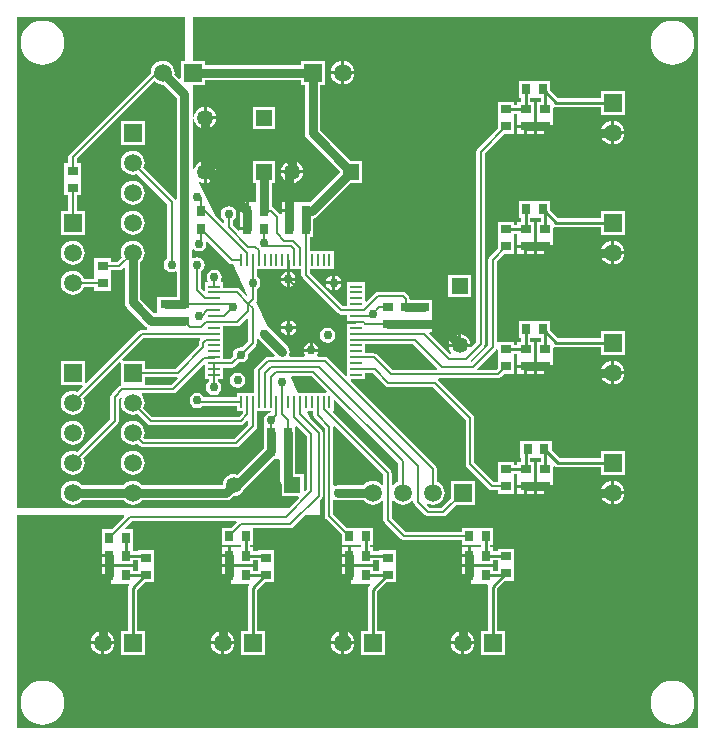
<source format=gtl>
G04 Layer_Physical_Order=1*
G04 Layer_Color=255*
%FSLAX23Y23*%
%MOIN*%
G70*
G01*
G75*
%ADD10R,0.035X0.031*%
%ADD11R,0.031X0.035*%
%ADD12R,0.039X0.008*%
%ADD13R,0.008X0.039*%
%ADD14C,0.008*%
%ADD15C,0.030*%
%ADD16C,0.010*%
%ADD17R,0.059X0.059*%
%ADD18C,0.059*%
%ADD19R,0.059X0.059*%
%ADD20C,0.053*%
%ADD21R,0.053X0.053*%
%ADD22R,0.053X0.053*%
%ADD23C,0.030*%
G36*
X3926Y3111D02*
X3925Y3110D01*
X3922Y3105D01*
X3921Y3100D01*
X3921Y3100D01*
Y3091D01*
X3844Y3014D01*
X3740D01*
Y3040D01*
X3667D01*
X3665Y3045D01*
X3736Y3116D01*
X3924D01*
X3926Y3111D01*
D02*
G37*
G36*
X4917Y3077D02*
Y3053D01*
X4917Y3052D01*
Y3048D01*
X4917Y3047D01*
Y3015D01*
X4912Y3009D01*
X4852D01*
X4849Y3014D01*
X4910Y3075D01*
X4910Y3075D01*
X4912Y3078D01*
X4917Y3077D01*
D02*
G37*
G36*
X4716Y3014D02*
X4713Y3009D01*
X4566D01*
X4514Y3061D01*
X4509Y3064D01*
X4504Y3066D01*
X4504Y3066D01*
X4475D01*
Y3096D01*
X4634D01*
X4716Y3014D01*
D02*
G37*
G36*
X4021Y3366D02*
X4021Y3366D01*
X4026Y3363D01*
X4031Y3362D01*
X4031Y3362D01*
X4035D01*
X4083Y3259D01*
X4079Y3256D01*
X4057Y3278D01*
X4053Y3281D01*
X4047Y3282D01*
X4047Y3282D01*
X4002D01*
Y3301D01*
X3997D01*
X3995Y3306D01*
X3996Y3308D01*
X3998Y3318D01*
X3996Y3327D01*
X3991Y3336D01*
X3982Y3341D01*
X3973Y3343D01*
X3963Y3341D01*
X3955Y3336D01*
X3949Y3327D01*
X3947Y3318D01*
X3949Y3308D01*
X3950Y3306D01*
X3948Y3301D01*
X3943D01*
Y3274D01*
X3940Y3272D01*
X3938Y3272D01*
X3929Y3281D01*
Y3339D01*
X3933Y3342D01*
X3939Y3350D01*
X3940Y3360D01*
X3939Y3370D01*
X3933Y3378D01*
X3925Y3384D01*
X3915Y3385D01*
X3905Y3384D01*
X3902Y3382D01*
X3898Y3384D01*
Y3410D01*
X3903Y3411D01*
X3910Y3406D01*
X3920Y3405D01*
X3930Y3406D01*
X3938Y3412D01*
X3944Y3420D01*
X3945Y3430D01*
X3944Y3436D01*
X3949Y3438D01*
X4021Y3366D01*
D02*
G37*
G36*
X4086Y3179D02*
Y3106D01*
X4064Y3085D01*
X4060Y3085D01*
X4050Y3084D01*
X4042Y3078D01*
X4036Y3070D01*
X4035Y3060D01*
X4035Y3056D01*
X4026Y3046D01*
X4002D01*
Y3077D01*
Y3116D01*
Y3155D01*
X4049D01*
X4049Y3155D01*
X4055Y3156D01*
X4059Y3159D01*
X4081Y3181D01*
X4086Y3179D01*
D02*
G37*
G36*
X4121Y3112D02*
X4174Y3059D01*
X4172Y3054D01*
X4150D01*
X4150Y3054D01*
X4145Y3053D01*
X4140Y3050D01*
X4140Y3050D01*
X4110Y3020D01*
X4107Y3016D01*
X4106Y3010D01*
X4106Y3010D01*
Y2933D01*
X4047D01*
Y2918D01*
X3938D01*
X3933Y2926D01*
X3925Y2931D01*
X3915Y2933D01*
X3905Y2931D01*
X3897Y2926D01*
X3891Y2917D01*
X3890Y2908D01*
X3891Y2898D01*
X3897Y2889D01*
X3905Y2884D01*
X3915Y2882D01*
X3925Y2884D01*
X3933Y2889D01*
X4047D01*
Y2874D01*
X4067D01*
Y2867D01*
X4054Y2854D01*
X3766D01*
X3736Y2884D01*
X3739Y2890D01*
X3740Y2900D01*
X3739Y2910D01*
X3735Y2920D01*
X3730Y2926D01*
X3733Y2931D01*
X3834D01*
X3834Y2931D01*
X3840Y2932D01*
X3844Y2935D01*
X3938Y3029D01*
X3943Y3027D01*
Y2978D01*
X3956D01*
Y2971D01*
X3952Y2969D01*
X3946Y2961D01*
X3945Y2951D01*
X3946Y2941D01*
X3952Y2933D01*
X3960Y2927D01*
X3970Y2925D01*
X3980Y2927D01*
X3988Y2933D01*
X3994Y2941D01*
X3995Y2951D01*
X3994Y2961D01*
X3988Y2969D01*
X3984Y2971D01*
Y2978D01*
X4002D01*
Y3017D01*
X4032D01*
X4032Y3017D01*
X4037Y3018D01*
X4042Y3021D01*
X4056Y3035D01*
X4060Y3035D01*
X4070Y3036D01*
X4078Y3042D01*
X4084Y3050D01*
X4085Y3060D01*
X4085Y3064D01*
X4110Y3090D01*
X4110Y3090D01*
X4113Y3095D01*
X4114Y3100D01*
Y3113D01*
X4119Y3114D01*
X4121Y3112D01*
D02*
G37*
G36*
X4586Y2699D02*
Y2637D01*
X4580Y2635D01*
X4572Y2628D01*
X4569Y2625D01*
X4564Y2627D01*
Y2665D01*
X4564Y2665D01*
X4563Y2670D01*
X4560Y2675D01*
X4560Y2675D01*
X4366Y2869D01*
X4368Y2874D01*
X4370D01*
Y2908D01*
X4375Y2910D01*
X4586Y2699D01*
D02*
G37*
G36*
X4536Y2659D02*
Y2627D01*
X4531Y2625D01*
X4528Y2628D01*
X4520Y2635D01*
X4510Y2639D01*
X4500Y2640D01*
X4490Y2639D01*
X4480Y2635D01*
X4472Y2628D01*
X4470Y2625D01*
X4385D01*
X4375Y2624D01*
X4374Y2623D01*
X4369Y2625D01*
Y2818D01*
X4373Y2821D01*
X4374Y2821D01*
X4536Y2659D01*
D02*
G37*
G36*
X4281Y2789D02*
Y2611D01*
X4275Y2605D01*
X4270Y2607D01*
Y2662D01*
X4243D01*
Y2712D01*
X4243D01*
Y2767D01*
X4243Y2768D01*
X4243Y2768D01*
Y2772D01*
X4243D01*
X4243Y2773D01*
Y2820D01*
X4248Y2822D01*
X4281Y2789D01*
D02*
G37*
G36*
X4224Y3346D02*
X4263D01*
Y3327D01*
X4263Y3327D01*
X4264Y3322D01*
X4268Y3317D01*
X4386Y3199D01*
X4386Y3199D01*
X4391Y3196D01*
X4396Y3194D01*
X4396Y3194D01*
X4415D01*
Y3174D01*
X4445D01*
Y3164D01*
X4415D01*
Y3155D01*
Y3116D01*
Y3077D01*
Y3037D01*
Y2991D01*
X4411Y2989D01*
X4350Y3050D01*
X4345Y3053D01*
X4340Y3054D01*
X4340Y3054D01*
X4317D01*
X4315Y3059D01*
X4319Y3065D01*
X4319Y3070D01*
X4271D01*
X4271Y3065D01*
X4275Y3059D01*
X4273Y3054D01*
X4224D01*
X4221Y3059D01*
X4222Y3060D01*
X4224Y3070D01*
X4222Y3080D01*
X4217Y3088D01*
X4157Y3148D01*
X4151Y3152D01*
X4112Y3237D01*
X4114Y3240D01*
X4115Y3246D01*
X4115Y3246D01*
Y3279D01*
X4119Y3282D01*
X4124Y3290D01*
X4126Y3300D01*
X4124Y3310D01*
X4119Y3318D01*
X4115Y3321D01*
Y3346D01*
X4214D01*
Y3376D01*
X4224D01*
Y3346D01*
D02*
G37*
G36*
X3850Y2981D02*
X3828Y2959D01*
X3744D01*
X3740Y2960D01*
Y2986D01*
X3848D01*
X3850Y2981D01*
D02*
G37*
G36*
X4347Y2938D02*
X4345Y2933D01*
X4252D01*
X4229Y2984D01*
X4231Y2988D01*
X4297D01*
X4347Y2938D01*
D02*
G37*
G36*
X4260Y3960D02*
X4275D01*
Y3798D01*
X4276Y3789D01*
X4282Y3780D01*
X4392Y3671D01*
Y3669D01*
X4290Y3568D01*
X4253D01*
X4252Y3568D01*
X4248D01*
X4247Y3568D01*
X4227D01*
Y3540D01*
X4222D01*
Y3535D01*
X4197D01*
Y3530D01*
X4192Y3528D01*
X4192Y3528D01*
X4190Y3530D01*
X4190Y3530D01*
X4170Y3550D01*
X4165Y3553D01*
X4164Y3553D01*
Y3633D01*
X4175D01*
Y3707D01*
X4102D01*
Y3633D01*
X4113D01*
Y3568D01*
X4108Y3568D01*
X4107Y3568D01*
X4087D01*
Y3540D01*
X4082D01*
Y3535D01*
X4057D01*
Y3513D01*
X4057Y3512D01*
Y3508D01*
X4057Y3507D01*
Y3485D01*
X4082D01*
Y3475D01*
X4054D01*
X4052Y3474D01*
X4034Y3492D01*
Y3509D01*
X4038Y3512D01*
X4044Y3520D01*
X4045Y3530D01*
X4044Y3540D01*
X4038Y3548D01*
X4030Y3554D01*
X4020Y3555D01*
X4010Y3554D01*
X4002Y3548D01*
X3996Y3540D01*
X3995Y3530D01*
X3996Y3520D01*
X4002Y3512D01*
X4006Y3509D01*
Y3502D01*
X4001Y3500D01*
X3974Y3527D01*
X3920Y3634D01*
X3924Y3638D01*
X3932Y3634D01*
X3937Y3634D01*
Y3670D01*
Y3706D01*
X3932Y3706D01*
X3923Y3702D01*
X3915Y3696D01*
X3910Y3688D01*
X3906Y3681D01*
X3903Y3679D01*
X3901Y3679D01*
X3900Y3680D01*
Y3844D01*
X3903Y3847D01*
X3905Y3848D01*
X3905Y3848D01*
X3906Y3840D01*
X3910Y3832D01*
X3915Y3824D01*
X3923Y3818D01*
X3932Y3814D01*
X3937Y3814D01*
Y3850D01*
Y3886D01*
X3932Y3886D01*
X3923Y3882D01*
X3915Y3876D01*
X3910Y3868D01*
X3906Y3860D01*
X3905Y3852D01*
X3905Y3852D01*
X3903Y3853D01*
X3900Y3856D01*
Y3960D01*
X3940D01*
Y3975D01*
X4260D01*
Y3960D01*
D02*
G37*
G36*
X5585Y1815D02*
X3315D01*
Y2525D01*
X3671D01*
X3673Y2520D01*
X3630Y2478D01*
X3597D01*
Y2423D01*
X3597Y2422D01*
Y2418D01*
X3597Y2417D01*
Y2395D01*
X3622D01*
Y2390D01*
X3627D01*
Y2362D01*
X3647D01*
X3648Y2362D01*
X3652D01*
X3653Y2362D01*
X3703D01*
Y2375D01*
X3717D01*
Y2358D01*
X3717Y2357D01*
Y2353D01*
X3717Y2352D01*
Y2340D01*
X3703D01*
Y2353D01*
X3653D01*
X3652Y2353D01*
X3648D01*
X3647Y2353D01*
X3627D01*
Y2325D01*
Y2297D01*
X3647D01*
X3648Y2297D01*
X3652D01*
X3653Y2297D01*
X3687D01*
X3689Y2292D01*
X3686Y2288D01*
X3685Y2282D01*
Y2140D01*
X3660D01*
Y2060D01*
X3740D01*
Y2140D01*
X3715D01*
Y2276D01*
X3741Y2302D01*
X3773D01*
Y2352D01*
X3773Y2353D01*
Y2357D01*
X3773Y2358D01*
Y2408D01*
X3717D01*
Y2405D01*
X3703D01*
Y2418D01*
X3703D01*
Y2422D01*
X3703D01*
Y2478D01*
X3677D01*
X3675Y2482D01*
X3698Y2506D01*
X4046D01*
X4048Y2501D01*
X4030Y2483D01*
X3997D01*
Y2427D01*
X4047D01*
X4048Y2427D01*
Y2427D01*
X4052D01*
Y2427D01*
X4062D01*
Y2418D01*
X4053D01*
X4052Y2418D01*
X4048D01*
X4047Y2418D01*
X4027D01*
Y2390D01*
Y2362D01*
X4047D01*
X4048Y2362D01*
X4052D01*
X4053Y2362D01*
X4103D01*
Y2375D01*
X4117D01*
Y2358D01*
X4117Y2357D01*
Y2353D01*
X4117Y2352D01*
Y2340D01*
X4103D01*
Y2353D01*
X4053D01*
X4052Y2353D01*
X4048D01*
X4047Y2353D01*
X4027D01*
Y2325D01*
Y2297D01*
X4047D01*
X4048Y2297D01*
X4052D01*
X4053Y2297D01*
X4087D01*
X4089Y2292D01*
X4086Y2288D01*
X4085Y2282D01*
Y2140D01*
X4060D01*
Y2060D01*
X4140D01*
Y2140D01*
X4115D01*
Y2276D01*
X4141Y2302D01*
X4173D01*
Y2352D01*
X4173Y2353D01*
Y2357D01*
X4173Y2358D01*
Y2408D01*
X4117D01*
Y2405D01*
X4103D01*
Y2418D01*
X4093D01*
Y2427D01*
X4103D01*
Y2481D01*
X4225D01*
X4225Y2481D01*
X4230Y2482D01*
X4235Y2485D01*
X4275Y2525D01*
X4325D01*
Y2575D01*
X4330Y2580D01*
X4330Y2580D01*
X4333Y2585D01*
X4334Y2590D01*
X4334Y2590D01*
Y2800D01*
X4333Y2805D01*
X4330Y2810D01*
X4330Y2810D01*
X4291Y2850D01*
X4281Y2870D01*
X4284Y2874D01*
X4303D01*
Y2858D01*
X4303Y2858D01*
X4304Y2852D01*
X4307Y2848D01*
X4341Y2814D01*
Y2522D01*
X4341Y2522D01*
X4342Y2517D01*
X4345Y2512D01*
X4397Y2461D01*
Y2427D01*
X4447D01*
X4448Y2427D01*
X4452D01*
X4453Y2427D01*
X4462D01*
Y2418D01*
X4453D01*
X4452Y2418D01*
X4448D01*
X4447Y2418D01*
X4427D01*
Y2390D01*
Y2362D01*
X4447D01*
X4448Y2362D01*
X4452D01*
X4453Y2362D01*
X4503D01*
Y2375D01*
X4522D01*
Y2358D01*
X4522Y2357D01*
Y2353D01*
X4522Y2352D01*
Y2340D01*
X4503D01*
Y2353D01*
X4453D01*
X4452Y2353D01*
X4448D01*
X4447Y2353D01*
X4427D01*
Y2325D01*
Y2297D01*
X4447D01*
X4448Y2297D01*
X4452D01*
X4453Y2297D01*
X4492D01*
X4494Y2293D01*
X4489Y2288D01*
X4486Y2283D01*
X4485Y2277D01*
Y2140D01*
X4460D01*
Y2060D01*
X4540D01*
Y2140D01*
X4515D01*
Y2271D01*
X4546Y2302D01*
X4578D01*
Y2352D01*
X4578Y2353D01*
Y2357D01*
X4578Y2358D01*
Y2408D01*
X4522D01*
Y2405D01*
X4503D01*
Y2418D01*
X4493D01*
Y2427D01*
X4503D01*
Y2483D01*
X4453D01*
X4452Y2483D01*
X4448D01*
X4447Y2483D01*
X4415D01*
X4369Y2528D01*
Y2575D01*
X4374Y2577D01*
X4375Y2576D01*
X4385Y2575D01*
X4470D01*
X4472Y2572D01*
X4480Y2565D01*
X4490Y2561D01*
X4500Y2560D01*
X4510Y2561D01*
X4520Y2565D01*
X4528Y2572D01*
X4531Y2575D01*
X4536Y2573D01*
Y2510D01*
X4536Y2510D01*
X4537Y2505D01*
X4540Y2500D01*
X4595Y2445D01*
X4595Y2445D01*
X4600Y2442D01*
X4605Y2441D01*
X4605Y2441D01*
X4797D01*
Y2427D01*
X4847D01*
X4848Y2427D01*
X4852D01*
X4853Y2427D01*
X4862D01*
Y2418D01*
X4853D01*
X4852Y2418D01*
X4848D01*
X4847Y2418D01*
X4827D01*
Y2390D01*
Y2362D01*
X4847D01*
X4848Y2362D01*
X4852D01*
X4853Y2362D01*
X4903D01*
Y2375D01*
X4917D01*
Y2363D01*
X4917Y2362D01*
Y2358D01*
X4917Y2357D01*
Y2340D01*
X4903D01*
Y2353D01*
X4853D01*
X4852Y2353D01*
X4848D01*
X4847Y2353D01*
X4827D01*
Y2325D01*
Y2297D01*
X4847D01*
X4848Y2297D01*
X4852D01*
X4853Y2297D01*
X4883D01*
X4886Y2292D01*
X4885Y2287D01*
Y2140D01*
X4860D01*
Y2060D01*
X4940D01*
Y2140D01*
X4915D01*
Y2281D01*
X4941Y2307D01*
X4973D01*
Y2357D01*
X4973Y2358D01*
Y2362D01*
X4973Y2363D01*
Y2413D01*
X4917D01*
Y2405D01*
X4903D01*
Y2418D01*
X4893D01*
Y2427D01*
X4903D01*
Y2483D01*
X4853D01*
X4852Y2483D01*
X4848D01*
X4847Y2483D01*
X4797D01*
Y2469D01*
X4611D01*
X4564Y2516D01*
Y2573D01*
X4569Y2575D01*
X4572Y2572D01*
X4580Y2565D01*
X4590Y2561D01*
X4600Y2560D01*
X4610Y2561D01*
X4620Y2565D01*
X4628Y2572D01*
X4631Y2575D01*
X4636Y2573D01*
Y2570D01*
X4636Y2570D01*
X4637Y2565D01*
X4640Y2560D01*
X4675Y2525D01*
X4675Y2525D01*
X4680Y2522D01*
X4685Y2521D01*
X4685Y2521D01*
X4735D01*
X4735Y2521D01*
X4740Y2522D01*
X4745Y2525D01*
X4781Y2560D01*
X4840D01*
Y2640D01*
X4760D01*
Y2581D01*
X4729Y2549D01*
X4691D01*
X4680Y2560D01*
X4683Y2564D01*
X4690Y2561D01*
X4700Y2560D01*
X4710Y2561D01*
X4720Y2565D01*
X4728Y2572D01*
X4735Y2580D01*
X4739Y2590D01*
X4740Y2600D01*
X4739Y2610D01*
X4735Y2620D01*
X4728Y2628D01*
X4720Y2635D01*
X4714Y2637D01*
Y2680D01*
X4714Y2680D01*
X4713Y2685D01*
X4710Y2690D01*
X4710Y2690D01*
X4427Y2974D01*
X4428Y2978D01*
X4475D01*
Y2998D01*
X4502D01*
X4543Y2957D01*
X4543Y2957D01*
X4547Y2954D01*
X4553Y2953D01*
X4702D01*
X4811Y2844D01*
Y2695D01*
X4811Y2695D01*
X4812Y2690D01*
X4815Y2685D01*
X4887Y2612D01*
X4887Y2612D01*
X4892Y2609D01*
X4898Y2608D01*
X4898Y2608D01*
X4917D01*
Y2597D01*
X4973D01*
Y2647D01*
X4973Y2648D01*
Y2652D01*
X4973Y2653D01*
Y2662D01*
X4982D01*
Y2653D01*
X4982Y2652D01*
Y2648D01*
X4982Y2647D01*
Y2627D01*
X5038D01*
Y2647D01*
X5038Y2648D01*
Y2652D01*
X5038Y2653D01*
Y2703D01*
X5025D01*
Y2717D01*
X5042D01*
X5043Y2717D01*
X5047D01*
X5048Y2717D01*
X5060D01*
Y2703D01*
X5047D01*
Y2653D01*
X5047Y2652D01*
Y2648D01*
X5047Y2647D01*
Y2627D01*
X5075D01*
X5103D01*
Y2647D01*
X5103Y2648D01*
Y2652D01*
X5103Y2653D01*
Y2687D01*
X5108Y2689D01*
X5112Y2686D01*
X5118Y2685D01*
X5260D01*
Y2660D01*
X5340D01*
Y2740D01*
X5260D01*
Y2715D01*
X5124D01*
X5098Y2741D01*
Y2773D01*
X5048D01*
X5047Y2773D01*
X5043D01*
X5042Y2773D01*
X4992D01*
Y2717D01*
X4995D01*
Y2703D01*
X4982D01*
Y2693D01*
X4973D01*
Y2703D01*
X4917D01*
Y2653D01*
X4917Y2652D01*
Y2648D01*
X4917Y2647D01*
Y2637D01*
X4903D01*
X4839Y2701D01*
Y2850D01*
X4839Y2850D01*
X4838Y2855D01*
X4835Y2860D01*
X4719Y2976D01*
X4722Y2981D01*
X4918D01*
X4918Y2981D01*
X4923Y2982D01*
X4928Y2985D01*
X4939Y2997D01*
X4973D01*
Y3047D01*
X4973Y3048D01*
Y3052D01*
X4973Y3053D01*
Y3062D01*
X4982D01*
Y3053D01*
X4982Y3052D01*
Y3048D01*
X4982Y3047D01*
Y3027D01*
X5038D01*
Y3047D01*
X5038Y3048D01*
Y3052D01*
X5038Y3053D01*
Y3103D01*
X5025D01*
Y3117D01*
X5037D01*
X5038Y3117D01*
X5042D01*
X5043Y3117D01*
X5060D01*
Y3103D01*
X5047D01*
Y3053D01*
X5047Y3052D01*
Y3048D01*
X5047Y3047D01*
Y3027D01*
X5075D01*
X5103D01*
Y3047D01*
X5103Y3048D01*
Y3052D01*
X5103Y3053D01*
Y3083D01*
X5108Y3086D01*
X5113Y3085D01*
X5260D01*
Y3060D01*
X5340D01*
Y3140D01*
X5260D01*
Y3115D01*
X5119D01*
X5093Y3141D01*
Y3173D01*
X5043D01*
X5042Y3173D01*
X5038D01*
X5037Y3173D01*
X4987D01*
Y3117D01*
X4995D01*
Y3103D01*
X4982D01*
Y3093D01*
X4973D01*
Y3103D01*
X4919D01*
X4917Y3103D01*
X4914Y3107D01*
Y3372D01*
X4939Y3397D01*
X4973D01*
Y3447D01*
X4973Y3448D01*
Y3452D01*
X4973Y3453D01*
Y3462D01*
X4982D01*
Y3453D01*
X4982Y3452D01*
Y3448D01*
X4982Y3447D01*
Y3427D01*
X5038D01*
Y3447D01*
X5038Y3448D01*
Y3452D01*
X5038Y3453D01*
Y3503D01*
X5025D01*
Y3517D01*
X5037D01*
X5038Y3517D01*
X5042D01*
X5043Y3517D01*
X5060D01*
Y3503D01*
X5047D01*
Y3453D01*
X5047Y3452D01*
Y3448D01*
X5047Y3447D01*
Y3427D01*
X5075D01*
X5103D01*
Y3447D01*
X5103Y3448D01*
Y3452D01*
X5103Y3453D01*
Y3483D01*
X5108Y3486D01*
X5113Y3485D01*
X5260D01*
Y3460D01*
X5340D01*
Y3540D01*
X5260D01*
Y3515D01*
X5119D01*
X5093Y3541D01*
Y3573D01*
X5043D01*
X5042Y3573D01*
X5038D01*
X5037Y3573D01*
X4987D01*
Y3517D01*
X4995D01*
Y3503D01*
X4982D01*
Y3493D01*
X4973D01*
Y3503D01*
X4917D01*
Y3453D01*
X4917Y3452D01*
Y3448D01*
X4917Y3447D01*
Y3415D01*
X4890Y3388D01*
X4887Y3383D01*
X4886Y3377D01*
X4886Y3377D01*
Y3091D01*
X4831Y3036D01*
X4829Y3037D01*
X4827Y3042D01*
X4870Y3085D01*
X4870Y3085D01*
X4873Y3090D01*
X4874Y3095D01*
X4874Y3095D01*
Y3732D01*
X4939Y3797D01*
X4973D01*
Y3847D01*
X4973Y3848D01*
Y3852D01*
X4973Y3853D01*
Y3862D01*
X4982D01*
Y3853D01*
X4982Y3852D01*
Y3848D01*
X4982Y3847D01*
Y3827D01*
X5038D01*
Y3847D01*
X5038Y3848D01*
Y3852D01*
X5038Y3853D01*
Y3903D01*
X5025D01*
Y3917D01*
X5037D01*
X5038Y3917D01*
X5042D01*
X5043Y3917D01*
X5060D01*
Y3903D01*
X5047D01*
Y3853D01*
X5047Y3852D01*
Y3848D01*
X5047Y3847D01*
Y3827D01*
X5075D01*
X5103D01*
Y3847D01*
X5103Y3848D01*
Y3852D01*
X5103Y3853D01*
Y3883D01*
X5108Y3886D01*
X5113Y3885D01*
X5260D01*
Y3860D01*
X5340D01*
Y3940D01*
X5260D01*
Y3915D01*
X5119D01*
X5093Y3941D01*
Y3973D01*
X5043D01*
X5042Y3973D01*
X5038D01*
X5037Y3973D01*
X4987D01*
Y3917D01*
X4995D01*
Y3903D01*
X4982D01*
Y3893D01*
X4973D01*
Y3903D01*
X4917D01*
Y3853D01*
X4917Y3852D01*
Y3848D01*
X4917Y3847D01*
Y3815D01*
X4850Y3748D01*
X4847Y3743D01*
X4846Y3737D01*
X4846Y3737D01*
Y3101D01*
X4831Y3086D01*
X4831Y3087D01*
X4790D01*
X4754D01*
X4754Y3082D01*
X4758Y3073D01*
X4763Y3067D01*
X4762Y3063D01*
X4761Y3061D01*
X4759Y3061D01*
X4688Y3132D01*
X4690Y3137D01*
X4698D01*
Y3157D01*
X4670D01*
Y3167D01*
X4698D01*
Y3188D01*
X4698D01*
Y3192D01*
X4698D01*
Y3243D01*
X4643D01*
X4642Y3243D01*
X4642Y3243D01*
X4638D01*
Y3243D01*
X4637Y3243D01*
X4629D01*
X4624Y3245D01*
X4623Y3250D01*
X4620Y3255D01*
X4610Y3265D01*
X4605Y3268D01*
X4600Y3269D01*
X4600Y3269D01*
X4519D01*
X4519Y3269D01*
X4514Y3268D01*
X4509Y3265D01*
X4509Y3265D01*
X4480Y3236D01*
X4475Y3238D01*
Y3254D01*
Y3301D01*
X4415D01*
Y3274D01*
Y3223D01*
X4402D01*
X4292Y3333D01*
Y3346D01*
X4370D01*
Y3406D01*
X4292D01*
Y3452D01*
X4303D01*
Y3507D01*
X4303Y3508D01*
X4303D01*
Y3512D01*
X4306Y3516D01*
X4308Y3516D01*
X4316Y3522D01*
X4428Y3633D01*
X4465D01*
Y3707D01*
X4428D01*
X4325Y3809D01*
Y3960D01*
X4340D01*
Y4040D01*
X4260D01*
Y4025D01*
X3940D01*
Y4040D01*
X3900D01*
Y4185D01*
X5585D01*
Y1815D01*
D02*
G37*
G36*
X3875Y4040D02*
X3860D01*
Y3982D01*
X3856Y3980D01*
X3839Y3997D01*
X3840Y4000D01*
X3839Y4010D01*
X3835Y4020D01*
X3828Y4028D01*
X3820Y4035D01*
X3810Y4039D01*
X3800Y4040D01*
X3790Y4039D01*
X3780Y4035D01*
X3772Y4028D01*
X3765Y4020D01*
X3761Y4010D01*
X3760Y4000D01*
X3490Y3730D01*
X3487Y3725D01*
X3486Y3720D01*
X3486Y3720D01*
Y3698D01*
X3472D01*
Y3648D01*
X3472Y3647D01*
Y3643D01*
X3472Y3642D01*
Y3592D01*
X3486D01*
Y3540D01*
X3460D01*
Y3460D01*
X3540D01*
Y3540D01*
X3514D01*
Y3592D01*
X3528D01*
Y3642D01*
X3528Y3643D01*
Y3647D01*
X3528Y3648D01*
Y3698D01*
X3514D01*
Y3714D01*
X3772Y3972D01*
X3780Y3965D01*
X3790Y3961D01*
X3800Y3960D01*
X3803Y3961D01*
X3847Y3917D01*
Y3579D01*
X3842Y3577D01*
X3840Y3580D01*
X3840Y3580D01*
X3736Y3684D01*
X3739Y3690D01*
X3740Y3700D01*
X3739Y3710D01*
X3735Y3720D01*
X3728Y3728D01*
X3720Y3735D01*
X3710Y3739D01*
X3700Y3740D01*
X3690Y3739D01*
X3680Y3735D01*
X3672Y3728D01*
X3665Y3720D01*
X3661Y3710D01*
X3660Y3700D01*
X3661Y3690D01*
X3665Y3680D01*
X3672Y3672D01*
X3680Y3665D01*
X3690Y3661D01*
X3700Y3660D01*
X3710Y3661D01*
X3716Y3664D01*
X3816Y3564D01*
Y3381D01*
X3812Y3378D01*
X3806Y3370D01*
X3805Y3360D01*
X3806Y3350D01*
X3812Y3342D01*
X3820Y3336D01*
X3830Y3335D01*
X3840Y3336D01*
X3843Y3338D01*
X3847Y3336D01*
Y3254D01*
X3842Y3253D01*
X3838D01*
Y3253D01*
X3837Y3253D01*
X3782D01*
Y3202D01*
X3780Y3198D01*
X3773D01*
X3725Y3246D01*
Y3370D01*
X3728Y3372D01*
X3735Y3380D01*
X3739Y3390D01*
X3740Y3400D01*
X3739Y3410D01*
X3735Y3420D01*
X3728Y3428D01*
X3720Y3435D01*
X3710Y3439D01*
X3700Y3440D01*
X3690Y3439D01*
X3680Y3435D01*
X3672Y3428D01*
X3665Y3420D01*
X3661Y3410D01*
X3660Y3400D01*
X3661Y3390D01*
X3664Y3384D01*
X3649Y3369D01*
X3628D01*
Y3381D01*
X3572D01*
Y3331D01*
X3572Y3329D01*
Y3326D01*
X3572Y3324D01*
Y3314D01*
X3537D01*
X3535Y3320D01*
X3528Y3328D01*
X3520Y3335D01*
X3510Y3339D01*
X3500Y3340D01*
X3490Y3339D01*
X3480Y3335D01*
X3472Y3328D01*
X3465Y3320D01*
X3461Y3310D01*
X3460Y3300D01*
X3461Y3290D01*
X3465Y3280D01*
X3472Y3272D01*
X3480Y3265D01*
X3490Y3261D01*
X3500Y3260D01*
X3510Y3261D01*
X3520Y3265D01*
X3528Y3272D01*
X3535Y3280D01*
X3537Y3286D01*
X3572D01*
Y3274D01*
X3628D01*
Y3324D01*
X3628Y3326D01*
Y3329D01*
X3628Y3331D01*
Y3341D01*
X3655D01*
X3655Y3341D01*
X3661Y3342D01*
X3665Y3345D01*
X3670Y3350D01*
X3675Y3348D01*
Y3235D01*
X3676Y3225D01*
X3682Y3217D01*
X3745Y3154D01*
X3748Y3152D01*
X3749Y3145D01*
X3748Y3144D01*
X3730D01*
X3730Y3144D01*
X3725Y3143D01*
X3720Y3140D01*
X3720Y3140D01*
X3545Y2965D01*
X3540Y2967D01*
Y3040D01*
X3460D01*
Y2960D01*
X3533D01*
X3535Y2955D01*
X3516Y2936D01*
X3510Y2939D01*
X3500Y2940D01*
X3490Y2939D01*
X3480Y2935D01*
X3472Y2928D01*
X3465Y2920D01*
X3461Y2910D01*
X3460Y2900D01*
X3461Y2890D01*
X3465Y2880D01*
X3472Y2872D01*
X3480Y2865D01*
X3490Y2861D01*
X3500Y2860D01*
X3510Y2861D01*
X3520Y2865D01*
X3528Y2872D01*
X3535Y2880D01*
X3539Y2890D01*
X3540Y2900D01*
X3539Y2910D01*
X3536Y2916D01*
X3655Y3035D01*
X3660Y3033D01*
Y2960D01*
X3657Y2957D01*
X3655Y2955D01*
X3655Y2955D01*
X3630Y2930D01*
X3627Y2925D01*
X3626Y2920D01*
X3626Y2920D01*
Y2846D01*
X3516Y2736D01*
X3510Y2739D01*
X3500Y2740D01*
X3490Y2739D01*
X3480Y2735D01*
X3472Y2728D01*
X3465Y2720D01*
X3461Y2710D01*
X3460Y2700D01*
X3461Y2690D01*
X3465Y2680D01*
X3472Y2672D01*
X3480Y2665D01*
X3490Y2661D01*
X3500Y2660D01*
X3510Y2661D01*
X3520Y2665D01*
X3528Y2672D01*
X3535Y2680D01*
X3539Y2690D01*
X3540Y2700D01*
X3539Y2710D01*
X3536Y2716D01*
X3650Y2830D01*
X3653Y2835D01*
X3654Y2840D01*
X3654Y2840D01*
Y2914D01*
X3660Y2920D01*
X3664Y2917D01*
X3661Y2910D01*
X3660Y2900D01*
X3661Y2890D01*
X3665Y2880D01*
X3672Y2872D01*
X3680Y2865D01*
X3690Y2861D01*
X3700Y2860D01*
X3710Y2861D01*
X3716Y2864D01*
X3750Y2830D01*
X3750Y2830D01*
X3755Y2827D01*
X3760Y2826D01*
X3760Y2826D01*
X4060D01*
X4060Y2826D01*
X4065Y2827D01*
X4070Y2830D01*
X4082Y2841D01*
X4086Y2840D01*
Y2826D01*
X4039Y2779D01*
X3741D01*
X3736Y2784D01*
X3739Y2790D01*
X3740Y2800D01*
X3739Y2810D01*
X3735Y2820D01*
X3728Y2828D01*
X3720Y2835D01*
X3710Y2839D01*
X3700Y2840D01*
X3690Y2839D01*
X3680Y2835D01*
X3672Y2828D01*
X3665Y2820D01*
X3661Y2810D01*
X3660Y2800D01*
X3661Y2790D01*
X3665Y2780D01*
X3672Y2772D01*
X3680Y2765D01*
X3690Y2761D01*
X3700Y2760D01*
X3710Y2761D01*
X3716Y2764D01*
X3725Y2755D01*
X3725Y2755D01*
X3730Y2752D01*
X3735Y2751D01*
X3735Y2751D01*
X4045D01*
X4045Y2751D01*
X4050Y2752D01*
X4055Y2755D01*
X4111Y2810D01*
X4111Y2810D01*
X4114Y2815D01*
X4115Y2821D01*
Y2874D01*
X4162D01*
X4162Y2873D01*
X4159Y2867D01*
X4153Y2866D01*
X4144Y2860D01*
X4139Y2852D01*
X4137Y2842D01*
X4139Y2833D01*
X4139Y2832D01*
X4137Y2828D01*
X4137D01*
Y2773D01*
X4137Y2772D01*
X4137Y2772D01*
Y2768D01*
X4137D01*
X4137Y2767D01*
Y2750D01*
X4047Y2660D01*
X4046Y2661D01*
X4037Y2662D01*
X4027Y2661D01*
X4018Y2657D01*
X4010Y2651D01*
X4005Y2643D01*
X4001Y2635D01*
X4000Y2625D01*
X3730D01*
X3728Y2628D01*
X3720Y2635D01*
X3710Y2639D01*
X3700Y2640D01*
X3690Y2639D01*
X3680Y2635D01*
X3672Y2628D01*
X3670Y2625D01*
X3530D01*
X3528Y2628D01*
X3520Y2635D01*
X3510Y2639D01*
X3500Y2640D01*
X3490Y2639D01*
X3480Y2635D01*
X3472Y2628D01*
X3465Y2620D01*
X3461Y2610D01*
X3460Y2600D01*
X3461Y2590D01*
X3465Y2580D01*
X3472Y2572D01*
X3480Y2565D01*
X3490Y2561D01*
X3500Y2560D01*
X3510Y2561D01*
X3520Y2565D01*
X3528Y2572D01*
X3530Y2575D01*
X3670D01*
X3672Y2572D01*
X3680Y2565D01*
X3690Y2561D01*
X3700Y2560D01*
X3710Y2561D01*
X3720Y2565D01*
X3728Y2572D01*
X3730Y2575D01*
X4012D01*
X4021Y2576D01*
X4030Y2582D01*
X4036Y2588D01*
X4037Y2588D01*
X4046Y2589D01*
X4055Y2593D01*
X4063Y2599D01*
X4069Y2607D01*
X4071Y2612D01*
X4171Y2712D01*
X4188D01*
X4192Y2710D01*
Y2641D01*
X4194Y2631D01*
X4197Y2627D01*
Y2588D01*
X4252D01*
X4254Y2584D01*
X4220Y2550D01*
X3315D01*
Y4185D01*
X3875D01*
Y4040D01*
D02*
G37*
%LPC*%
G36*
X4050Y3000D02*
X4040Y2999D01*
X4032Y2993D01*
X4026Y2985D01*
X4025Y2975D01*
X4026Y2965D01*
X4032Y2957D01*
X4040Y2951D01*
X4050Y2950D01*
X4060Y2951D01*
X4068Y2957D01*
X4074Y2965D01*
X4075Y2975D01*
X4074Y2985D01*
X4068Y2993D01*
X4060Y2999D01*
X4050Y3000D01*
D02*
G37*
G36*
X4300Y3099D02*
Y3080D01*
X4319D01*
X4319Y3085D01*
X4313Y3093D01*
X4305Y3099D01*
X4300Y3099D01*
D02*
G37*
G36*
X4290D02*
X4285Y3099D01*
X4277Y3093D01*
X4271Y3085D01*
X4271Y3080D01*
X4290D01*
Y3099D01*
D02*
G37*
G36*
X4215Y3145D02*
X4196D01*
X4196Y3140D01*
X4202Y3132D01*
X4210Y3126D01*
X4215Y3126D01*
Y3145D01*
D02*
G37*
G36*
X4350Y3150D02*
X4340Y3149D01*
X4332Y3143D01*
X4326Y3135D01*
X4325Y3125D01*
X4326Y3115D01*
X4332Y3107D01*
X4340Y3101D01*
X4350Y3100D01*
X4360Y3101D01*
X4368Y3107D01*
X4374Y3115D01*
X4375Y3125D01*
X4374Y3135D01*
X4368Y3143D01*
X4360Y3149D01*
X4350Y3150D01*
D02*
G37*
G36*
X4244Y3145D02*
X4225D01*
Y3126D01*
X4230Y3126D01*
X4238Y3132D01*
X4244Y3140D01*
X4244Y3145D01*
D02*
G37*
G36*
X4214Y3336D02*
X4209Y3335D01*
X4201Y3329D01*
X4195Y3321D01*
X4194Y3316D01*
X4214D01*
Y3336D01*
D02*
G37*
G36*
X4224D02*
Y3316D01*
X4243D01*
X4242Y3321D01*
X4237Y3329D01*
X4228Y3335D01*
X4224Y3336D01*
D02*
G37*
G36*
X4243Y3306D02*
X4224D01*
Y3287D01*
X4228Y3288D01*
X4237Y3293D01*
X4242Y3302D01*
X4243Y3306D01*
D02*
G37*
G36*
X4225Y3174D02*
Y3155D01*
X4244D01*
X4244Y3160D01*
X4238Y3168D01*
X4230Y3174D01*
X4225Y3174D01*
D02*
G37*
G36*
X4215D02*
X4210Y3174D01*
X4202Y3168D01*
X4196Y3160D01*
X4196Y3155D01*
X4215D01*
Y3174D01*
D02*
G37*
G36*
X4214Y3306D02*
X4194D01*
X4195Y3302D01*
X4201Y3293D01*
X4209Y3288D01*
X4214Y3287D01*
Y3306D01*
D02*
G37*
G36*
X4077Y3568D02*
X4057D01*
Y3545D01*
X4077D01*
Y3568D01*
D02*
G37*
G36*
X4227Y3665D02*
X4195D01*
X4196Y3660D01*
X4200Y3652D01*
X4205Y3644D01*
X4213Y3638D01*
X4222Y3634D01*
X4227Y3634D01*
Y3665D01*
D02*
G37*
G36*
X4217Y3568D02*
X4197D01*
Y3545D01*
X4217D01*
Y3568D01*
D02*
G37*
G36*
X4175Y3887D02*
X4102D01*
Y3813D01*
X4175D01*
Y3887D01*
D02*
G37*
G36*
X3978Y3665D02*
X3947D01*
Y3634D01*
X3951Y3634D01*
X3960Y3638D01*
X3968Y3644D01*
X3974Y3652D01*
X3977Y3660D01*
X3978Y3665D01*
D02*
G37*
G36*
X3947Y3706D02*
Y3675D01*
X3978D01*
X3977Y3680D01*
X3974Y3688D01*
X3968Y3696D01*
X3960Y3702D01*
X3951Y3706D01*
X3947Y3706D01*
D02*
G37*
G36*
X4227D02*
X4222Y3706D01*
X4213Y3702D01*
X4205Y3696D01*
X4200Y3688D01*
X4196Y3680D01*
X4195Y3675D01*
X4227D01*
Y3706D01*
D02*
G37*
G36*
X4268Y3665D02*
X4237D01*
Y3634D01*
X4241Y3634D01*
X4250Y3638D01*
X4258Y3644D01*
X4264Y3652D01*
X4267Y3660D01*
X4268Y3665D01*
D02*
G37*
G36*
X4237Y3706D02*
Y3675D01*
X4268D01*
X4267Y3680D01*
X4264Y3688D01*
X4258Y3696D01*
X4250Y3702D01*
X4241Y3706D01*
X4237Y3706D01*
D02*
G37*
G36*
X3978Y3845D02*
X3947D01*
Y3814D01*
X3951Y3814D01*
X3960Y3818D01*
X3968Y3824D01*
X3974Y3832D01*
X3977Y3840D01*
X3978Y3845D01*
D02*
G37*
G36*
X3947Y3886D02*
Y3855D01*
X3978D01*
X3977Y3860D01*
X3974Y3868D01*
X3968Y3876D01*
X3960Y3882D01*
X3951Y3886D01*
X3947Y3886D01*
D02*
G37*
G36*
X5005Y2617D02*
X4982D01*
Y2597D01*
X5005D01*
Y2617D01*
D02*
G37*
G36*
X5038D02*
X5015D01*
Y2597D01*
X5038D01*
Y2617D01*
D02*
G37*
G36*
X5500Y4173D02*
X5486Y4172D01*
X5472Y4168D01*
X5459Y4161D01*
X5448Y4152D01*
X5439Y4141D01*
X5432Y4128D01*
X5428Y4114D01*
X5427Y4100D01*
X5428Y4086D01*
X5432Y4072D01*
X5439Y4059D01*
X5448Y4048D01*
X5459Y4039D01*
X5472Y4032D01*
X5486Y4028D01*
X5500Y4027D01*
X5514Y4028D01*
X5528Y4032D01*
X5541Y4039D01*
X5552Y4048D01*
X5561Y4059D01*
X5568Y4072D01*
X5572Y4086D01*
X5573Y4100D01*
X5572Y4114D01*
X5568Y4128D01*
X5561Y4141D01*
X5552Y4152D01*
X5541Y4161D01*
X5528Y4168D01*
X5514Y4172D01*
X5500Y4173D01*
D02*
G37*
G36*
X5103Y2617D02*
X5080D01*
Y2597D01*
X5103D01*
Y2617D01*
D02*
G37*
G36*
X5070D02*
X5047D01*
Y2597D01*
X5070D01*
Y2617D01*
D02*
G37*
G36*
X5339Y2595D02*
X5305D01*
Y2561D01*
X5310Y2561D01*
X5320Y2565D01*
X5328Y2572D01*
X5335Y2580D01*
X5339Y2590D01*
X5339Y2595D01*
D02*
G37*
G36*
X4017Y2418D02*
X3997D01*
Y2395D01*
X4017D01*
Y2418D01*
D02*
G37*
G36*
X4817Y2385D02*
X4797D01*
Y2362D01*
X4817D01*
Y2385D01*
D02*
G37*
G36*
X4417D02*
X4397D01*
Y2362D01*
X4417D01*
Y2385D01*
D02*
G37*
G36*
X5295Y2595D02*
X5261D01*
X5261Y2590D01*
X5265Y2580D01*
X5272Y2572D01*
X5280Y2565D01*
X5290Y2561D01*
X5295Y2561D01*
Y2595D01*
D02*
G37*
G36*
X4817Y2418D02*
X4797D01*
Y2395D01*
X4817D01*
Y2418D01*
D02*
G37*
G36*
X4417D02*
X4397D01*
Y2395D01*
X4417D01*
Y2418D01*
D02*
G37*
G36*
X5339Y2995D02*
X5305D01*
Y2961D01*
X5310Y2961D01*
X5320Y2965D01*
X5328Y2972D01*
X5335Y2980D01*
X5339Y2990D01*
X5339Y2995D01*
D02*
G37*
G36*
X5295D02*
X5261D01*
X5261Y2990D01*
X5265Y2980D01*
X5272Y2972D01*
X5280Y2965D01*
X5290Y2961D01*
X5295Y2961D01*
Y2995D01*
D02*
G37*
G36*
X5038Y3017D02*
X5015D01*
Y2997D01*
X5038D01*
Y3017D01*
D02*
G37*
G36*
X5005D02*
X4982D01*
Y2997D01*
X5005D01*
Y3017D01*
D02*
G37*
G36*
X4439Y3995D02*
X4405D01*
Y3961D01*
X4410Y3961D01*
X4420Y3965D01*
X4428Y3972D01*
X4435Y3980D01*
X4439Y3990D01*
X4439Y3995D01*
D02*
G37*
G36*
X4395Y4039D02*
X4390Y4039D01*
X4380Y4035D01*
X4372Y4028D01*
X4365Y4020D01*
X4361Y4010D01*
X4361Y4005D01*
X4395D01*
Y4039D01*
D02*
G37*
G36*
X5305Y2639D02*
Y2605D01*
X5339D01*
X5339Y2610D01*
X5335Y2620D01*
X5328Y2628D01*
X5320Y2635D01*
X5310Y2639D01*
X5305Y2639D01*
D02*
G37*
G36*
X5295D02*
X5290Y2639D01*
X5280Y2635D01*
X5272Y2628D01*
X5265Y2620D01*
X5261Y2610D01*
X5261Y2605D01*
X5295D01*
Y2639D01*
D02*
G37*
G36*
X4405Y4039D02*
Y4005D01*
X4439D01*
X4439Y4010D01*
X4435Y4020D01*
X4428Y4028D01*
X4420Y4035D01*
X4410Y4039D01*
X4405Y4039D01*
D02*
G37*
G36*
X4839Y2095D02*
X4805D01*
Y2061D01*
X4810Y2061D01*
X4820Y2065D01*
X4828Y2072D01*
X4835Y2080D01*
X4839Y2090D01*
X4839Y2095D01*
D02*
G37*
G36*
X4439D02*
X4405D01*
Y2061D01*
X4410Y2061D01*
X4420Y2065D01*
X4428Y2072D01*
X4435Y2080D01*
X4439Y2090D01*
X4439Y2095D01*
D02*
G37*
G36*
X4039D02*
X4005D01*
Y2061D01*
X4010Y2061D01*
X4020Y2065D01*
X4028Y2072D01*
X4035Y2080D01*
X4039Y2090D01*
X4039Y2095D01*
D02*
G37*
G36*
X3595Y2139D02*
X3590Y2139D01*
X3580Y2135D01*
X3572Y2128D01*
X3565Y2120D01*
X3561Y2110D01*
X3561Y2105D01*
X3595D01*
Y2139D01*
D02*
G37*
G36*
X4795D02*
X4790Y2139D01*
X4780Y2135D01*
X4772Y2128D01*
X4765Y2120D01*
X4761Y2110D01*
X4761Y2105D01*
X4795D01*
Y2139D01*
D02*
G37*
G36*
X4395D02*
X4390Y2139D01*
X4380Y2135D01*
X4372Y2128D01*
X4365Y2120D01*
X4361Y2110D01*
X4361Y2105D01*
X4395D01*
Y2139D01*
D02*
G37*
G36*
X3995D02*
X3990Y2139D01*
X3980Y2135D01*
X3972Y2128D01*
X3965Y2120D01*
X3961Y2110D01*
X3961Y2105D01*
X3995D01*
Y2139D01*
D02*
G37*
G36*
X3595Y2095D02*
X3561D01*
X3561Y2090D01*
X3565Y2080D01*
X3572Y2072D01*
X3580Y2065D01*
X3590Y2061D01*
X3595Y2061D01*
Y2095D01*
D02*
G37*
G36*
X5500Y1973D02*
X5486Y1972D01*
X5472Y1968D01*
X5459Y1961D01*
X5448Y1952D01*
X5439Y1941D01*
X5432Y1928D01*
X5428Y1914D01*
X5427Y1900D01*
X5428Y1886D01*
X5432Y1872D01*
X5439Y1859D01*
X5448Y1848D01*
X5459Y1839D01*
X5472Y1832D01*
X5486Y1828D01*
X5500Y1827D01*
X5514Y1828D01*
X5528Y1832D01*
X5541Y1839D01*
X5552Y1848D01*
X5561Y1859D01*
X5568Y1872D01*
X5572Y1886D01*
X5573Y1900D01*
X5572Y1914D01*
X5568Y1928D01*
X5561Y1941D01*
X5552Y1952D01*
X5541Y1961D01*
X5528Y1968D01*
X5514Y1972D01*
X5500Y1973D01*
D02*
G37*
G36*
X3400D02*
X3386Y1972D01*
X3372Y1968D01*
X3359Y1961D01*
X3348Y1952D01*
X3339Y1941D01*
X3332Y1928D01*
X3328Y1914D01*
X3327Y1900D01*
X3328Y1886D01*
X3332Y1872D01*
X3339Y1859D01*
X3348Y1848D01*
X3359Y1839D01*
X3372Y1832D01*
X3386Y1828D01*
X3400Y1827D01*
X3414Y1828D01*
X3428Y1832D01*
X3441Y1839D01*
X3452Y1848D01*
X3461Y1859D01*
X3468Y1872D01*
X3472Y1886D01*
X3473Y1900D01*
X3472Y1914D01*
X3468Y1928D01*
X3461Y1941D01*
X3452Y1952D01*
X3441Y1961D01*
X3428Y1968D01*
X3414Y1972D01*
X3400Y1973D01*
D02*
G37*
G36*
X3995Y2095D02*
X3961D01*
X3961Y2090D01*
X3965Y2080D01*
X3972Y2072D01*
X3980Y2065D01*
X3990Y2061D01*
X3995Y2061D01*
Y2095D01*
D02*
G37*
G36*
X3639D02*
X3605D01*
Y2061D01*
X3610Y2061D01*
X3620Y2065D01*
X3628Y2072D01*
X3635Y2080D01*
X3639Y2090D01*
X3639Y2095D01*
D02*
G37*
G36*
X4795D02*
X4761D01*
X4761Y2090D01*
X4765Y2080D01*
X4772Y2072D01*
X4780Y2065D01*
X4790Y2061D01*
X4795Y2061D01*
Y2095D01*
D02*
G37*
G36*
X4395D02*
X4361D01*
X4361Y2090D01*
X4365Y2080D01*
X4372Y2072D01*
X4380Y2065D01*
X4390Y2061D01*
X4395Y2061D01*
Y2095D01*
D02*
G37*
G36*
X4017Y2353D02*
X3997D01*
Y2330D01*
X4017D01*
Y2353D01*
D02*
G37*
G36*
X3617D02*
X3597D01*
Y2330D01*
X3617D01*
Y2353D01*
D02*
G37*
G36*
X4817Y2320D02*
X4797D01*
Y2297D01*
X4817D01*
Y2320D01*
D02*
G37*
G36*
X4417Y2353D02*
X4397D01*
Y2330D01*
X4417D01*
Y2353D01*
D02*
G37*
G36*
X4017Y2385D02*
X3997D01*
Y2362D01*
X4017D01*
Y2385D01*
D02*
G37*
G36*
X3617D02*
X3597D01*
Y2362D01*
X3617D01*
Y2385D01*
D02*
G37*
G36*
X4817Y2353D02*
X4797D01*
Y2330D01*
X4817D01*
Y2353D01*
D02*
G37*
G36*
X4405Y2139D02*
Y2105D01*
X4439D01*
X4439Y2110D01*
X4435Y2120D01*
X4428Y2128D01*
X4420Y2135D01*
X4410Y2139D01*
X4405Y2139D01*
D02*
G37*
G36*
X4005D02*
Y2105D01*
X4039D01*
X4039Y2110D01*
X4035Y2120D01*
X4028Y2128D01*
X4020Y2135D01*
X4010Y2139D01*
X4005Y2139D01*
D02*
G37*
G36*
X3605D02*
Y2105D01*
X3639D01*
X3639Y2110D01*
X3635Y2120D01*
X3628Y2128D01*
X3620Y2135D01*
X3610Y2139D01*
X3605Y2139D01*
D02*
G37*
G36*
X4805D02*
Y2105D01*
X4839D01*
X4839Y2110D01*
X4835Y2120D01*
X4828Y2128D01*
X4820Y2135D01*
X4810Y2139D01*
X4805Y2139D01*
D02*
G37*
G36*
X4417Y2320D02*
X4397D01*
Y2297D01*
X4417D01*
Y2320D01*
D02*
G37*
G36*
X4017D02*
X3997D01*
Y2297D01*
X4017D01*
Y2320D01*
D02*
G37*
G36*
X3617D02*
X3597D01*
Y2297D01*
X3617D01*
Y2320D01*
D02*
G37*
G36*
X5305Y3439D02*
Y3405D01*
X5339D01*
X5339Y3410D01*
X5335Y3420D01*
X5328Y3428D01*
X5320Y3435D01*
X5310Y3439D01*
X5305Y3439D01*
D02*
G37*
G36*
X5295D02*
X5290Y3439D01*
X5280Y3435D01*
X5272Y3428D01*
X5265Y3420D01*
X5261Y3410D01*
X5261Y3405D01*
X5295D01*
Y3439D01*
D02*
G37*
G36*
X5038Y3417D02*
X5015D01*
Y3397D01*
X5038D01*
Y3417D01*
D02*
G37*
G36*
X5005D02*
X4982D01*
Y3397D01*
X5005D01*
Y3417D01*
D02*
G37*
G36*
X5339Y3395D02*
X5305D01*
Y3361D01*
X5310Y3361D01*
X5320Y3365D01*
X5328Y3372D01*
X5335Y3380D01*
X5339Y3390D01*
X5339Y3395D01*
D02*
G37*
G36*
X5103Y3417D02*
X5080D01*
Y3397D01*
X5103D01*
Y3417D01*
D02*
G37*
G36*
X5070D02*
X5047D01*
Y3397D01*
X5070D01*
Y3417D01*
D02*
G37*
G36*
Y3817D02*
X5047D01*
Y3797D01*
X5070D01*
Y3817D01*
D02*
G37*
G36*
X5038Y3817D02*
X5015D01*
Y3797D01*
X5038D01*
Y3817D01*
D02*
G37*
G36*
X5005D02*
X4982D01*
Y3797D01*
X5005D01*
Y3817D01*
D02*
G37*
G36*
X5305Y3839D02*
Y3805D01*
X5339D01*
X5339Y3810D01*
X5335Y3820D01*
X5328Y3828D01*
X5320Y3835D01*
X5310Y3839D01*
X5305Y3839D01*
D02*
G37*
G36*
X5295D02*
X5290Y3839D01*
X5280Y3835D01*
X5272Y3828D01*
X5265Y3820D01*
X5261Y3810D01*
X5261Y3805D01*
X5295D01*
Y3839D01*
D02*
G37*
G36*
X5103Y3817D02*
X5080D01*
Y3797D01*
X5103D01*
Y3817D01*
D02*
G37*
G36*
X5339Y3795D02*
X5305D01*
Y3761D01*
X5310Y3761D01*
X5320Y3765D01*
X5328Y3772D01*
X5335Y3780D01*
X5339Y3790D01*
X5339Y3795D01*
D02*
G37*
G36*
X5295D02*
X5261D01*
X5261Y3790D01*
X5265Y3780D01*
X5272Y3772D01*
X5280Y3765D01*
X5290Y3761D01*
X5295Y3761D01*
Y3795D01*
D02*
G37*
G36*
X4785Y3128D02*
X4780Y3127D01*
X4772Y3124D01*
X4764Y3118D01*
X4758Y3110D01*
X4754Y3101D01*
X4754Y3097D01*
X4785D01*
Y3128D01*
D02*
G37*
G36*
X4795Y3128D02*
Y3097D01*
X4826D01*
X4826Y3101D01*
X4822Y3110D01*
X4816Y3118D01*
X4808Y3124D01*
X4800Y3127D01*
X4795Y3128D01*
D02*
G37*
G36*
X5295Y3039D02*
X5290Y3039D01*
X5280Y3035D01*
X5272Y3028D01*
X5265Y3020D01*
X5261Y3010D01*
X5261Y3005D01*
X5295D01*
Y3039D01*
D02*
G37*
G36*
X5103Y3017D02*
X5080D01*
Y2997D01*
X5103D01*
Y3017D01*
D02*
G37*
G36*
X5070D02*
X5047D01*
Y2997D01*
X5070D01*
Y3017D01*
D02*
G37*
G36*
X4395Y3995D02*
X4361D01*
X4361Y3990D01*
X4365Y3980D01*
X4372Y3972D01*
X4380Y3965D01*
X4390Y3961D01*
X4395Y3961D01*
Y3995D01*
D02*
G37*
G36*
X5305Y3039D02*
Y3005D01*
X5339D01*
X5339Y3010D01*
X5335Y3020D01*
X5328Y3028D01*
X5320Y3035D01*
X5310Y3039D01*
X5305Y3039D01*
D02*
G37*
G36*
X4375Y3324D02*
Y3305D01*
X4394D01*
X4394Y3310D01*
X4388Y3318D01*
X4380Y3324D01*
X4375Y3324D01*
D02*
G37*
G36*
X4365D02*
X4360Y3324D01*
X4352Y3318D01*
X4346Y3310D01*
X4346Y3305D01*
X4365D01*
Y3324D01*
D02*
G37*
G36*
X5295Y3395D02*
X5261D01*
X5261Y3390D01*
X5265Y3380D01*
X5272Y3372D01*
X5280Y3365D01*
X5290Y3361D01*
X5295Y3361D01*
Y3395D01*
D02*
G37*
G36*
X4827Y3325D02*
X4753D01*
Y3252D01*
X4827D01*
Y3325D01*
D02*
G37*
G36*
X4394Y3295D02*
X4375D01*
Y3276D01*
X4380Y3276D01*
X4388Y3282D01*
X4394Y3290D01*
X4394Y3295D01*
D02*
G37*
G36*
X4365D02*
X4346D01*
X4346Y3290D01*
X4352Y3282D01*
X4360Y3276D01*
X4365Y3276D01*
Y3295D01*
D02*
G37*
G36*
X3400Y4173D02*
X3386Y4172D01*
X3372Y4168D01*
X3359Y4161D01*
X3348Y4152D01*
X3339Y4141D01*
X3332Y4128D01*
X3328Y4114D01*
X3327Y4100D01*
X3328Y4086D01*
X3332Y4072D01*
X3339Y4059D01*
X3348Y4048D01*
X3359Y4039D01*
X3372Y4032D01*
X3386Y4028D01*
X3400Y4027D01*
X3414Y4028D01*
X3428Y4032D01*
X3441Y4039D01*
X3452Y4048D01*
X3461Y4059D01*
X3468Y4072D01*
X3472Y4086D01*
X3473Y4100D01*
X3472Y4114D01*
X3468Y4128D01*
X3461Y4141D01*
X3452Y4152D01*
X3441Y4161D01*
X3428Y4168D01*
X3414Y4172D01*
X3400Y4173D01*
D02*
G37*
G36*
X3500Y2840D02*
X3490Y2839D01*
X3480Y2835D01*
X3472Y2828D01*
X3465Y2820D01*
X3461Y2810D01*
X3460Y2800D01*
X3461Y2790D01*
X3465Y2780D01*
X3472Y2772D01*
X3480Y2765D01*
X3490Y2761D01*
X3500Y2760D01*
X3510Y2761D01*
X3520Y2765D01*
X3528Y2772D01*
X3535Y2780D01*
X3539Y2790D01*
X3540Y2800D01*
X3539Y2810D01*
X3535Y2820D01*
X3528Y2828D01*
X3520Y2835D01*
X3510Y2839D01*
X3500Y2840D01*
D02*
G37*
G36*
X3700Y2740D02*
X3690Y2739D01*
X3680Y2735D01*
X3672Y2728D01*
X3665Y2720D01*
X3661Y2710D01*
X3660Y2700D01*
X3661Y2690D01*
X3665Y2680D01*
X3672Y2672D01*
X3680Y2665D01*
X3690Y2661D01*
X3700Y2660D01*
X3710Y2661D01*
X3720Y2665D01*
X3728Y2672D01*
X3735Y2680D01*
X3739Y2690D01*
X3740Y2700D01*
X3739Y2710D01*
X3735Y2720D01*
X3728Y2728D01*
X3720Y2735D01*
X3710Y2739D01*
X3700Y2740D01*
D02*
G37*
G36*
Y3540D02*
X3690Y3539D01*
X3680Y3535D01*
X3672Y3528D01*
X3665Y3520D01*
X3661Y3510D01*
X3660Y3500D01*
X3661Y3490D01*
X3665Y3480D01*
X3672Y3472D01*
X3680Y3465D01*
X3690Y3461D01*
X3700Y3460D01*
X3710Y3461D01*
X3720Y3465D01*
X3728Y3472D01*
X3735Y3480D01*
X3739Y3490D01*
X3740Y3500D01*
X3739Y3510D01*
X3735Y3520D01*
X3728Y3528D01*
X3720Y3535D01*
X3710Y3539D01*
X3700Y3540D01*
D02*
G37*
G36*
Y3640D02*
X3690Y3639D01*
X3680Y3635D01*
X3672Y3628D01*
X3665Y3620D01*
X3661Y3610D01*
X3660Y3600D01*
X3661Y3590D01*
X3665Y3580D01*
X3672Y3572D01*
X3680Y3565D01*
X3690Y3561D01*
X3700Y3560D01*
X3710Y3561D01*
X3720Y3565D01*
X3728Y3572D01*
X3735Y3580D01*
X3739Y3590D01*
X3740Y3600D01*
X3739Y3610D01*
X3735Y3620D01*
X3728Y3628D01*
X3720Y3635D01*
X3710Y3639D01*
X3700Y3640D01*
D02*
G37*
G36*
X3740Y3840D02*
X3660D01*
Y3760D01*
X3740D01*
Y3840D01*
D02*
G37*
G36*
X3500Y3440D02*
X3490Y3439D01*
X3480Y3435D01*
X3472Y3428D01*
X3465Y3420D01*
X3461Y3410D01*
X3460Y3400D01*
X3461Y3390D01*
X3465Y3380D01*
X3472Y3372D01*
X3480Y3365D01*
X3490Y3361D01*
X3500Y3360D01*
X3510Y3361D01*
X3520Y3365D01*
X3528Y3372D01*
X3535Y3380D01*
X3539Y3390D01*
X3540Y3400D01*
X3539Y3410D01*
X3535Y3420D01*
X3528Y3428D01*
X3520Y3435D01*
X3510Y3439D01*
X3500Y3440D01*
D02*
G37*
%LPD*%
D10*
X3745Y2327D02*
D03*
Y2383D02*
D03*
X4145Y2327D02*
D03*
Y2383D02*
D03*
X3600Y3300D02*
D03*
Y3355D02*
D03*
X4550Y2327D02*
D03*
Y2383D02*
D03*
X5010Y2678D02*
D03*
Y2622D02*
D03*
X4945Y2332D02*
D03*
Y2388D02*
D03*
X5010Y3078D02*
D03*
Y3022D02*
D03*
X4945Y3078D02*
D03*
Y3022D02*
D03*
Y2678D02*
D03*
Y2622D02*
D03*
Y3478D02*
D03*
Y3422D02*
D03*
X5010Y3478D02*
D03*
Y3422D02*
D03*
X5075Y3022D02*
D03*
Y3078D02*
D03*
Y2622D02*
D03*
Y2678D02*
D03*
Y3422D02*
D03*
Y3478D02*
D03*
X5010Y3878D02*
D03*
Y3822D02*
D03*
X4945Y3878D02*
D03*
Y3822D02*
D03*
X5075Y3822D02*
D03*
Y3878D02*
D03*
X4550Y3162D02*
D03*
Y3218D02*
D03*
X4610Y3162D02*
D03*
Y3218D02*
D03*
X4670Y3162D02*
D03*
Y3218D02*
D03*
X3810Y3172D02*
D03*
Y3228D02*
D03*
X3870Y3172D02*
D03*
Y3228D02*
D03*
X3500Y3673D02*
D03*
Y3617D02*
D03*
D11*
X3872Y3540D02*
D03*
X3928D02*
D03*
X3872Y3480D02*
D03*
X3928D02*
D03*
X4478Y2390D02*
D03*
X4422D02*
D03*
X4478Y2455D02*
D03*
X4422D02*
D03*
X5068Y3545D02*
D03*
X5012D02*
D03*
X3678Y2450D02*
D03*
X3622D02*
D03*
X4078Y2390D02*
D03*
X4022D02*
D03*
X4078Y2455D02*
D03*
X4022D02*
D03*
X5068Y3145D02*
D03*
X5012D02*
D03*
X5073Y2745D02*
D03*
X5017D02*
D03*
X4878Y2390D02*
D03*
X4822D02*
D03*
X4878Y2455D02*
D03*
X4822D02*
D03*
X3622Y2325D02*
D03*
X3678D02*
D03*
X3678Y2390D02*
D03*
X3622D02*
D03*
X4822Y2325D02*
D03*
X4878D02*
D03*
X4422D02*
D03*
X4478D02*
D03*
X4022D02*
D03*
X4078D02*
D03*
X4082Y3480D02*
D03*
X4138D02*
D03*
X4082Y3540D02*
D03*
X4138D02*
D03*
X4222Y3480D02*
D03*
X4278D02*
D03*
X4222Y3540D02*
D03*
X4278D02*
D03*
X4162Y2800D02*
D03*
X4218D02*
D03*
X4162Y2740D02*
D03*
X4218D02*
D03*
X5068Y3945D02*
D03*
X5012D02*
D03*
D12*
X3973Y3287D02*
D03*
Y3268D02*
D03*
Y3248D02*
D03*
Y3228D02*
D03*
Y3209D02*
D03*
Y3189D02*
D03*
Y3169D02*
D03*
Y3150D02*
D03*
Y3130D02*
D03*
Y3110D02*
D03*
Y3091D02*
D03*
Y3071D02*
D03*
Y3051D02*
D03*
Y3032D02*
D03*
Y3012D02*
D03*
Y2992D02*
D03*
X4445D02*
D03*
Y3012D02*
D03*
Y3032D02*
D03*
Y3051D02*
D03*
Y3071D02*
D03*
Y3091D02*
D03*
Y3110D02*
D03*
Y3130D02*
D03*
Y3150D02*
D03*
Y3169D02*
D03*
Y3189D02*
D03*
Y3209D02*
D03*
Y3228D02*
D03*
Y3248D02*
D03*
Y3268D02*
D03*
Y3287D02*
D03*
D13*
X4061Y2904D02*
D03*
X4081D02*
D03*
X4101D02*
D03*
X4120D02*
D03*
X4140D02*
D03*
X4160D02*
D03*
X4179D02*
D03*
X4199D02*
D03*
X4219D02*
D03*
X4238D02*
D03*
X4258D02*
D03*
X4278D02*
D03*
X4297D02*
D03*
X4317D02*
D03*
X4337D02*
D03*
X4356D02*
D03*
Y3376D02*
D03*
X4337D02*
D03*
X4317D02*
D03*
X4297D02*
D03*
X4278D02*
D03*
X4258D02*
D03*
X4238D02*
D03*
X4219D02*
D03*
X4199D02*
D03*
X4179D02*
D03*
X4160D02*
D03*
X4140D02*
D03*
X4120D02*
D03*
X4101D02*
D03*
X4081D02*
D03*
X4061D02*
D03*
D14*
X4060Y3060D02*
X4100Y3100D01*
X4032Y3032D02*
X4060Y3060D01*
X4101Y3300D02*
Y3376D01*
Y3246D02*
Y3300D01*
X3970Y2951D02*
Y2990D01*
X3973Y2992D01*
X3921Y2904D02*
X4061D01*
X3915Y2910D02*
X3921Y2904D01*
X3915Y2908D02*
Y2910D01*
X4081Y2861D02*
Y2904D01*
X4060Y2840D02*
X4081Y2861D01*
X3760Y2840D02*
X4060D01*
X3700Y2900D02*
X3760Y2840D01*
X4708Y2967D02*
X4825Y2850D01*
Y2695D02*
Y2850D01*
Y2695D02*
X4898Y2622D01*
X4553Y2967D02*
X4708D01*
X4508Y3012D02*
X4553Y2967D01*
X4278Y3376D02*
Y3480D01*
Y3376D02*
X4278Y3376D01*
X4138Y3432D02*
Y3480D01*
Y3540D02*
X4160D01*
X4180Y3520D01*
X4258Y3376D02*
Y3417D01*
X4235Y3440D02*
X4258Y3417D01*
X4180Y3465D02*
Y3520D01*
Y3465D02*
X4205Y3440D01*
X4235D01*
X4238Y3376D02*
Y3411D01*
X4228Y3422D02*
X4238Y3411D01*
X4138Y3432D02*
X4148Y3422D01*
X4228D01*
X4219Y3311D02*
Y3376D01*
X4361Y3169D02*
X4445D01*
X4219Y3311D02*
X4361Y3169D01*
X4278Y3327D02*
Y3376D01*
Y3327D02*
X4396Y3209D01*
X4445D01*
X4523Y3218D02*
X4550D01*
X4445Y3189D02*
X4494D01*
X4600Y3255D02*
X4610Y3245D01*
Y3218D02*
Y3245D01*
X4494Y3189D02*
X4500Y3195D01*
X4523Y3218D01*
X4445Y3169D02*
X4447Y3168D01*
X4470D01*
X4476Y3162D01*
X4550D01*
X4199Y2861D02*
Y2904D01*
Y2861D02*
X4218Y2842D01*
Y2800D02*
Y2842D01*
X4179Y2859D02*
Y2904D01*
X4162Y2842D02*
X4179Y2859D01*
X4162Y2800D02*
Y2842D01*
X4600Y2600D02*
Y2705D01*
X4785Y2600D02*
X4800D01*
X4700D02*
Y2680D01*
X4735Y2535D02*
X4800Y2600D01*
X4685Y2535D02*
X4735D01*
X4650Y2570D02*
X4685Y2535D01*
X4650Y2570D02*
Y2690D01*
X4337Y2878D02*
Y2904D01*
Y2878D02*
X4550Y2665D01*
Y2510D02*
Y2665D01*
Y2510D02*
X4605Y2455D01*
X4822D01*
X4445Y3012D02*
X4508D01*
X4898Y2622D02*
X4945D01*
X3973Y2992D02*
Y3012D01*
Y3032D01*
X4032D01*
X4100Y3100D02*
Y3215D01*
X4085Y3230D02*
X4101Y3246D01*
X4085Y3230D02*
X4100Y3215D01*
X3973Y3189D02*
X4004D01*
X4035Y3220D01*
X3973Y3169D02*
X4049D01*
X4085Y3205D01*
Y3230D01*
X3973Y3268D02*
X4047D01*
X4085Y3230D01*
X4340Y3040D02*
X4700Y2680D01*
X4120Y2904D02*
Y3010D01*
X4150Y3040D01*
X4340D01*
X4320Y3020D02*
X4650Y2690D01*
X4140Y2904D02*
Y3000D01*
X4160Y3020D01*
X4320D01*
X4303Y3002D02*
X4600Y2705D01*
X4160Y2904D02*
Y2985D01*
X4177Y3002D01*
X4303D01*
X4199Y2904D02*
Y2969D01*
X4355Y2522D02*
X4422Y2455D01*
X4022D02*
X4062Y2495D01*
X4225D01*
X4258Y2862D02*
Y2904D01*
X4317Y2858D02*
Y2904D01*
Y2858D02*
X4355Y2820D01*
Y2522D02*
Y2820D01*
X4225Y2495D02*
X4320Y2590D01*
Y2800D01*
X4258Y2862D02*
X4320Y2800D01*
X3622Y2450D02*
X3692Y2520D01*
X4210D01*
X4295Y2605D01*
Y2795D01*
X4238Y2852D02*
X4295Y2795D01*
X4238Y2852D02*
Y2904D01*
X4445Y3051D02*
X4504D01*
X4560Y2995D01*
X4445Y3130D02*
X4670D01*
X4755Y3045D01*
X4810D01*
X4860Y3095D01*
Y3737D01*
X4945Y3822D01*
X4445Y3110D02*
X4640D01*
X4730Y3020D01*
X4835D01*
X4900Y3085D01*
Y3377D01*
X4945Y3422D01*
X4560Y2995D02*
X4918D01*
X4945Y3022D01*
X3973Y3228D02*
X4027D01*
X4035Y3220D01*
X3949Y3209D02*
X3973D01*
X3871Y3228D02*
X3973D01*
X3930Y3190D02*
X3949Y3209D01*
X3920Y3190D02*
X3920Y3190D01*
X3930D01*
X3927Y3152D02*
X3944Y3169D01*
X3973D01*
X3730Y3130D02*
X3973D01*
X3870Y3172D02*
X3890Y3152D01*
X3927D01*
X3500Y2900D02*
X3730Y3130D01*
X3945Y3110D02*
X3973D01*
X3500Y2700D02*
X3640Y2840D01*
Y2920D01*
X3665Y2945D01*
X3935Y3100D02*
X3945Y3110D01*
X3700Y3000D02*
X3850D01*
X3935Y3085D01*
Y3100D01*
X3971Y3050D02*
X3973Y3051D01*
X3665Y2945D02*
X3834D01*
X3500Y3300D02*
X3600D01*
Y3355D02*
X3655D01*
X3700Y3400D01*
X3860Y3553D02*
X3872Y3540D01*
X3973Y3287D02*
Y3318D01*
X4031Y3376D02*
X4061D01*
X3928Y3480D02*
X4031Y3376D01*
X3941Y3540D02*
X4081Y3400D01*
X3928Y3540D02*
X3941D01*
X4081Y3376D02*
Y3400D01*
X4120Y3376D02*
Y3409D01*
X4109Y3420D02*
X4120Y3409D01*
X4086Y3420D02*
X4109D01*
X3942Y3248D02*
X3973D01*
X3915Y3275D02*
Y3360D01*
Y3275D02*
X3942Y3248D01*
X3500Y3500D02*
Y3617D01*
X3500Y3617D01*
Y3673D02*
Y3720D01*
X3780Y4000D01*
X3800D01*
X4020Y3486D02*
X4086Y3420D01*
X4020Y3486D02*
Y3530D01*
X3928Y3540D02*
Y3582D01*
X3925Y3585D02*
X3928Y3582D01*
X3915Y3585D02*
X3925D01*
X3920Y3430D02*
X3928Y3438D01*
Y3480D01*
X3830Y3360D02*
Y3570D01*
X3700Y3700D02*
X3830Y3570D01*
X3939Y3050D02*
X3971D01*
X3834Y2945D02*
X3939Y3050D01*
X4445Y3209D02*
X4473D01*
X4519Y3255D01*
X4600D01*
X4101Y2821D02*
Y2904D01*
X3700Y2800D02*
X3735Y2765D01*
X4045D01*
X4101Y2821D01*
D15*
X4298Y3540D02*
X4428Y3670D01*
X4278Y3540D02*
X4298D01*
X4278Y3480D02*
Y3540D01*
X4222Y3480D02*
Y3540D01*
Y3661D02*
X4232Y3670D01*
X4222Y3540D02*
Y3661D01*
X3942Y3670D02*
X3952D01*
X4082Y3540D01*
Y3480D02*
Y3540D01*
X4138Y3541D02*
Y3670D01*
X4138Y3540D02*
X4138Y3541D01*
X3942Y3670D02*
Y3850D01*
Y3670D02*
X4007Y3735D01*
X4200D01*
X4232Y3703D01*
Y3670D02*
Y3703D01*
X4550Y3162D02*
X4610D01*
X4670D01*
X4610Y3218D02*
X4670D01*
Y3162D02*
X4719D01*
X4790Y3092D01*
X3622Y2325D02*
Y2390D01*
Y2325D02*
X3622Y2325D01*
X3600Y2303D02*
X3622Y2325D01*
X3600Y2100D02*
Y2303D01*
X4000Y2100D02*
Y2303D01*
X4022Y2325D01*
X4022Y2325D02*
Y2390D01*
Y2325D02*
X4022Y2325D01*
X4422D02*
Y2390D01*
X4422Y2390D02*
X4422Y2390D01*
X4400Y2303D02*
X4422Y2325D01*
X4400Y2100D02*
Y2303D01*
X4800Y2100D02*
Y2303D01*
X4822Y2325D01*
Y2390D01*
X4822Y2390D02*
X4822Y2390D01*
X5010Y2622D02*
X5075D01*
X5075Y2622D01*
X5097Y2600D01*
X5300D01*
X5010Y3022D02*
X5075D01*
X5075Y3022D01*
X5097Y3000D01*
X5300D01*
X5010Y3422D02*
X5075D01*
X5075Y3422D01*
X5097Y3400D01*
X5300D01*
X5010Y3822D02*
X5075D01*
X5075Y3822D01*
X5097Y3800D01*
X5300D01*
X4218Y2740D02*
Y2800D01*
X4162Y2740D02*
Y2800D01*
X3810Y3228D02*
X3870D01*
X4385Y2600D02*
X4500D01*
X4218Y2641D02*
X4233Y2625D01*
X4218Y2641D02*
Y2740D01*
X4037Y2625D02*
X4047D01*
X4162Y2740D01*
X4139Y3130D02*
X4199Y3070D01*
X3700Y2600D02*
X4012D01*
X4037Y2625D01*
X3500Y2600D02*
X3700D01*
X3872Y3480D02*
Y3540D01*
X3700Y3235D02*
Y3400D01*
Y3235D02*
X3763Y3172D01*
X3810D01*
X3870D01*
Y3228D02*
X3871Y3228D01*
X3872Y3230D01*
Y3540D02*
Y3928D01*
X3800Y4000D02*
X3872Y3928D01*
X3900Y4000D02*
X4300D01*
Y3798D02*
Y4000D01*
Y3798D02*
X4428Y3670D01*
X3872Y3230D02*
Y3480D01*
D16*
X4945Y3878D02*
X5010D01*
Y3943D01*
X5012Y3945D01*
X5075Y3878D02*
Y3938D01*
X5113Y3900D02*
X5300D01*
X5068Y3945D02*
X5075Y3938D01*
X5113Y3900D01*
Y3500D02*
X5300D01*
X5068Y3545D02*
X5075Y3538D01*
Y3478D02*
Y3538D01*
X5113Y3500D01*
X5010Y3478D02*
Y3543D01*
X5012Y3545D01*
X4945Y3478D02*
X5010D01*
X3678Y2390D02*
Y2450D01*
Y2390D02*
X3738D01*
X3745Y2383D01*
X3678Y2325D02*
X3743D01*
X3700Y2100D02*
Y2282D01*
X3743Y2325D01*
X4100Y2100D02*
Y2282D01*
X4078Y2325D02*
X4143D01*
X4145Y2327D01*
X4100Y2282D02*
X4143Y2325D01*
X4078Y2390D02*
X4138D01*
X4145Y2383D01*
X4078Y2390D02*
Y2455D01*
X4478Y2390D02*
Y2455D01*
Y2390D02*
X4543D01*
X4550Y2383D01*
X4478Y2325D02*
X4548D01*
X4500Y2100D02*
Y2277D01*
X4548Y2325D01*
X4550Y2327D01*
X4900Y2100D02*
Y2287D01*
X4878Y2325D02*
X4938D01*
X4945Y2332D01*
X4900Y2287D02*
X4938Y2325D01*
X4878Y2390D02*
X4943D01*
X4945Y2388D01*
X4878Y2390D02*
Y2455D01*
X4945Y2678D02*
X5010D01*
Y2738D01*
X5017Y2745D01*
X5075Y2678D02*
Y2743D01*
X5118Y2700D02*
X5300D01*
X5073Y2745D02*
X5075Y2743D01*
X5118Y2700D01*
X5113Y3100D02*
X5300D01*
X5075Y3078D02*
Y3138D01*
X5068Y3145D02*
X5075Y3138D01*
X5113Y3100D01*
X5010Y3078D02*
Y3143D01*
X5012Y3145D01*
X4945Y3078D02*
X5010D01*
D17*
X4300Y4000D02*
D03*
X3700Y2100D02*
D03*
X4100D02*
D03*
X4500D02*
D03*
X4900D02*
D03*
X3900Y4000D02*
D03*
X4800Y2600D02*
D03*
D18*
X4400Y4000D02*
D03*
X3500Y3400D02*
D03*
Y3300D02*
D03*
Y2900D02*
D03*
Y2800D02*
D03*
Y2700D02*
D03*
Y2600D02*
D03*
X3600Y2100D02*
D03*
X4000D02*
D03*
X4400D02*
D03*
X4800D02*
D03*
X5300Y2600D02*
D03*
Y3000D02*
D03*
Y3400D02*
D03*
Y3800D02*
D03*
X3800Y4000D02*
D03*
X4500Y2600D02*
D03*
X4600D02*
D03*
X4700D02*
D03*
X3700D02*
D03*
Y2700D02*
D03*
Y2800D02*
D03*
Y2900D02*
D03*
Y3400D02*
D03*
Y3500D02*
D03*
Y3600D02*
D03*
Y3700D02*
D03*
D19*
X3500Y3500D02*
D03*
Y3000D02*
D03*
X5300Y2700D02*
D03*
Y3100D02*
D03*
Y3500D02*
D03*
Y3900D02*
D03*
X3700Y3000D02*
D03*
Y3800D02*
D03*
D20*
X4232Y3670D02*
D03*
X4037Y2625D02*
D03*
X3942Y3670D02*
D03*
Y3850D02*
D03*
X4790Y3092D02*
D03*
D21*
X4428Y3670D02*
D03*
X4233Y2625D02*
D03*
X4138Y3670D02*
D03*
Y3850D02*
D03*
D22*
X4790Y3288D02*
D03*
D23*
X4350Y3125D02*
D03*
X4050Y2975D02*
D03*
X4060Y3060D02*
D03*
X4101Y3300D02*
D03*
X4370D02*
D03*
X4295Y3075D02*
D03*
X4220Y3150D02*
D03*
X3970Y2951D02*
D03*
X3915Y2908D02*
D03*
X4219Y3311D02*
D03*
X4138Y3432D02*
D03*
X4500Y3195D02*
D03*
X4035Y3220D02*
D03*
X4199Y2969D02*
D03*
X4385Y2600D02*
D03*
X4199Y3070D02*
D03*
X4139Y3130D02*
D03*
X3920Y3190D02*
D03*
X3973Y3318D02*
D03*
X3915Y3360D02*
D03*
X4020Y3530D02*
D03*
X3915Y3585D02*
D03*
X3920Y3430D02*
D03*
X3830Y3360D02*
D03*
X4162Y2842D02*
D03*
M02*

</source>
